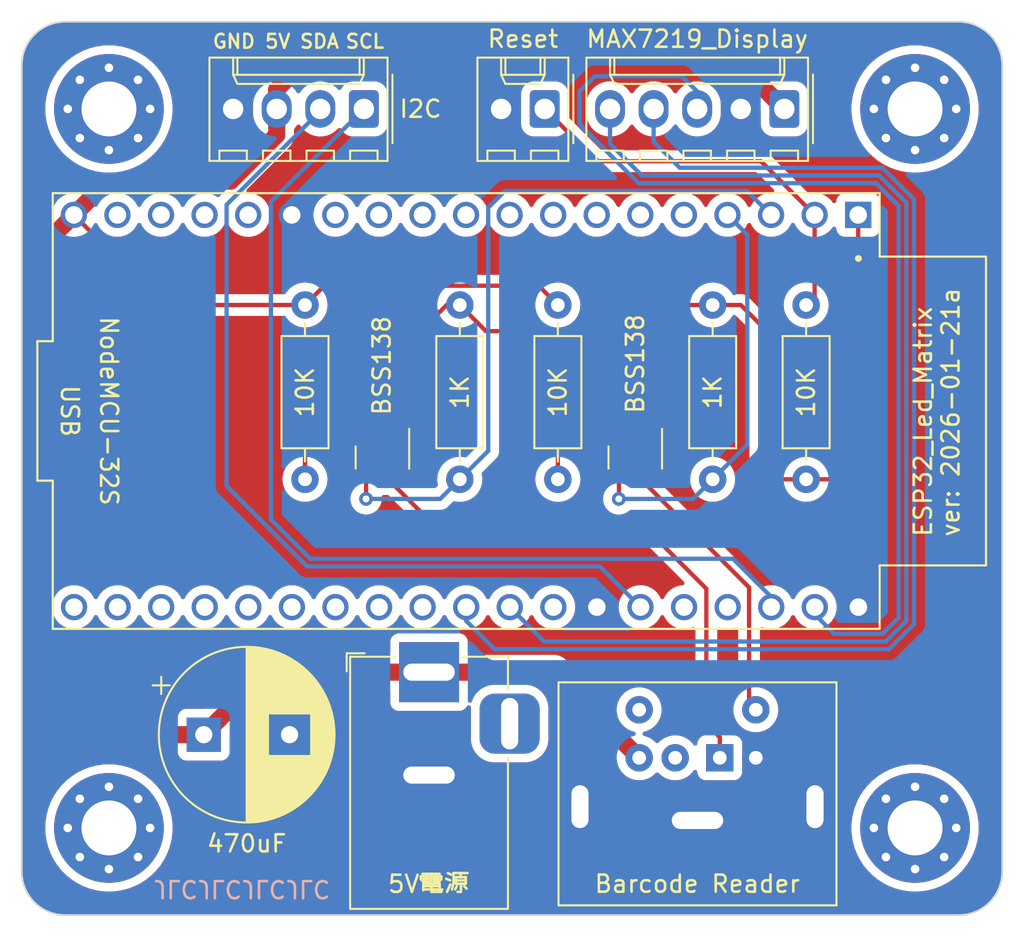
<source format=kicad_pcb>
(kicad_pcb (version 20221018) (generator pcbnew)
  (layers (0 "F.Cu" signal) (31 "B.Cu" signal) (34 "B.Paste" user) (35 "F.Paste" user) (36 "B.SilkS" user "B.Silkscreen") (37 "F.SilkS" user "F.Silkscreen") (38 "B.Mask" user) (39 "F.Mask" user) (44 "Edge.Cuts" user))
  (net 0 "")
  (net 1 "+5V")
  (net 2 "GND")
  (net 3 "DIN")
  (net 4 "CS")
  (net 5 "+3.3V")
  (net 6 "PS2-CLK")
  (net 7 "PS2-Data")
  (net 8 "EN")
  (net 16 "CLK")
  (net 18 "SCL")
  (net 19 "SDA")
  (net 22 "Net-(J1-Pad1)")
  (net 24 "Net-(J1-Pad5)")
  (footprint "MountingHole:MountingHole_3.2mm_M3_Pad_Via" (layer "F.Cu") (at 72.39 72.39)
    (fp_text reference "H3")
    (fp_text value "MountingHole" hide)
    (pad "1" thru_hole circle (at -2.4 0) (size 0.8 0.8) (drill 0.5) (layers "*.Cu" "*.Mask"))
    (pad "1" thru_hole circle (at -1.697056 -1.697056) (size 0.8 0.8) (drill 0.5) (layers "*.Cu" "*.Mask"))
    (pad "1" thru_hole circle (at -1.697056 1.697056) (size 0.8 0.8) (drill 0.5) (layers "*.Cu" "*.Mask"))
    (pad "1" thru_hole circle (at 0 -2.4) (size 0.8 0.8) (drill 0.5) (layers "*.Cu" "*.Mask"))
    (pad "1" thru_hole circle (at 0 0) (size 6.4 6.4) (drill 3.2) (layers "*.Cu" "*.Mask"))
    (pad "1" thru_hole circle (at 0 2.4) (size 0.8 0.8) (drill 0.5) (layers "*.Cu" "*.Mask"))
    (pad "1" thru_hole circle (at 1.697056 -1.697056) (size 0.8 0.8) (drill 0.5) (layers "*.Cu" "*.Mask"))
    (pad "1" thru_hole circle (at 1.697056 1.697056) (size 0.8 0.8) (drill 0.5) (layers "*.Cu" "*.Mask"))
    (pad "1" thru_hole circle (at 2.4 0) (size 0.8 0.8) (drill 0.5) (layers "*.Cu" "*.Mask"))
  )
  (footprint "Resistor_THT:R_Axial_DIN0207_L6.3mm_D2.5mm_P10.16mm_Horizontal" (layer "F.Cu") (at 66.04 41.91 -90)
    (fp_text reference "R8")
    (fp_text value "10K" (at 5.08 0 90) (layer "F.SilkS"))
    (pad "1" thru_hole circle (at 0 0 270) (size 1.6 1.6) (drill 0.8) (layers "*.Cu" "*.Mask") (net 8 "EN"))
    (pad "2" thru_hole oval (at 10.16 0 270) (size 1.6 1.6) (drill 0.8) (layers "*.Cu" "*.Mask") (net 5 "+3.3V"))
  )
  (footprint "Connector_Molex:Molex_KK-254_AE-6410-02A_1x02_P2.54mm_Vertical" (layer "F.Cu") (at 50.8 30.48 180)
    (fp_text reference "J4")
    (fp_text value "Reset" (at 1.27 4.08) (layer "F.SilkS"))
    (pad "1" thru_hole roundrect (at 0 0 180) (size 1.74 2.19) (drill 1.19) (layers "*.Cu" "*.Mask") (roundrect_rratio 0.143678) (net 8 "EN"))
    (pad "2" thru_hole oval (at 2.54 0 180) (size 1.74 2.19) (drill 1.19) (layers "*.Cu" "*.Mask") (net 2 "GND"))
  )
  (footprint "Connector_Molex:Molex_KK-254_AE-6410-04A_1x04_P2.54mm_Vertical" (layer "F.Cu") (at 40.259 30.48 180)
    (fp_text reference "J5")
    (fp_text value "I2C" (at -3.302 0) (layer "F.SilkS"))
    (pad "1" thru_hole roundrect (at 0 0 180) (size 1.74 2.19) (drill 1.19) (layers "*.Cu" "*.Mask") (roundrect_rratio 0.143678) (net 18 "SCL"))
    (pad "2" thru_hole oval (at 2.54 0 180) (size 1.74 2.19) (drill 1.19) (layers "*.Cu" "*.Mask") (net 19 "SDA"))
    (pad "3" thru_hole oval (at 5.08 0 180) (size 1.74 2.19) (drill 1.19) (layers "*.Cu" "*.Mask") (net 1 "+5V"))
    (pad "4" thru_hole oval (at 7.62 0 180) (size 1.74 2.19) (drill 1.19) (layers "*.Cu" "*.Mask") (net 2 "GND"))
  )
  (footprint "Resistor_THT:R_Axial_DIN0207_L6.3mm_D2.5mm_P10.16mm_Horizontal" (layer "F.Cu") (at 45.853332 41.91 -90)
    (fp_text reference "R5")
    (fp_text value "1K" (at 5.08 0 90) (layer "F.SilkS"))
    (pad "1" thru_hole circle (at 0 0 270) (size 1.6 1.6) (drill 0.8) (layers "*.Cu" "*.Mask") (net 5 "+3.3V"))
    (pad "2" thru_hole oval (at 10.16 0 270) (size 1.6 1.6) (drill 0.8) (layers "*.Cu" "*.Mask") (net 7 "PS2-Data"))
  )
  (footprint "Connector_BarrelJack:BarrelJack_Horizontal" (layer "F.Cu") (at 44.05887 63.31128 90)
    (fp_text reference "J3")
    (fp_text value "5V電源" (at -12.35 0 180) (layer "F.SilkS"))
    (pad "1" thru_hole rect (at 0 0 90) (size 3.5 3.5) (drill oval 1 3) (layers "*.Cu" "*.Mask") (net 1 "+5V"))
    (pad "2" thru_hole roundrect (at -6 0 90) (size 3 3.5) (drill oval 1 3) (layers "*.Cu" "*.Mask") (net 2 "GND"))
    (pad "3" thru_hole roundrect (at -3 4.7 90) (size 3.5 3.5) (drill oval 3 1) (layers "*.Cu" "*.Mask"))
  )
  (footprint "MountingHole:MountingHole_3.2mm_M3_Pad_Via" (layer "F.Cu") (at 25.4 30.48)
    (fp_text reference "H1")
    (fp_text value "MountingHole" hide)
    (pad "1" thru_hole circle (at -2.4 0) (size 0.8 0.8) (drill 0.5) (layers "*.Cu" "*.Mask"))
    (pad "1" thru_hole circle (at -1.697056 -1.697056) (size 0.8 0.8) (drill 0.5) (layers "*.Cu" "*.Mask"))
    (pad "1" thru_hole circle (at -1.697056 1.697056) (size 0.8 0.8) (drill 0.5) (layers "*.Cu" "*.Mask"))
    (pad "1" thru_hole circle (at 0 -2.4) (size 0.8 0.8) (drill 0.5) (layers "*.Cu" "*.Mask"))
    (pad "1" thru_hole circle (at 0 0) (size 6.4 6.4) (drill 3.2) (layers "*.Cu" "*.Mask"))
    (pad "1" thru_hole circle (at 0 2.4) (size 0.8 0.8) (drill 0.5) (layers "*.Cu" "*.Mask"))
    (pad "1" thru_hole circle (at 1.697056 -1.697056) (size 0.8 0.8) (drill 0.5) (layers "*.Cu" "*.Mask"))
    (pad "1" thru_hole circle (at 1.697056 1.697056) (size 0.8 0.8) (drill 0.5) (layers "*.Cu" "*.Mask"))
    (pad "1" thru_hole circle (at 2.4 0) (size 0.8 0.8) (drill 0.5) (layers "*.Cu" "*.Mask"))
  )
  (footprint "Package_TO_SOT_SMD:SOT-23" (layer "F.Cu") (at 56.079996 50.8 -90)
    (fp_text reference "Q1")
    (fp_text value "BSS138" (at -5.459847 0.001239 90) (layer "F.SilkS"))
    (pad "1" smd roundrect (at -0.9375 -0.95 270) (size 1.475 0.6) (layers "F.Cu" "F.Paste" "F.Mask") (net 5 "+3.3V"))
    (pad "2" smd roundrect (at -0.9375 0.95 270) (size 1.475 0.6) (layers "F.Cu" "F.Paste" "F.Mask") (net 6 "PS2-CLK"))
    (pad "3" smd roundrect (at 0.9375 0 270) (size 1.475 0.6) (layers "F.Cu" "F.Paste" "F.Mask") (net 24 "Net-(J1-Pad5)"))
  )
  (footprint "Library:Connector_Mini-DIN_Female_6Pin_2rows" (layer "F.Cu") (at 61.007541 68.302941)
    (fp_text reference "J1")
    (fp_text value "Barcode Reader" (at -1.31 7.35) (layer "F.SilkS"))
    (pad "1" thru_hole rect (at 0 0) (size 1.6 1.6) (drill 0.8) (layers "*.Cu" "*.Mask") (net 22 "Net-(J1-Pad1)"))
    (pad "2" thru_hole circle (at -2.6 0) (size 1.6 1.6) (drill 0.8) (layers "*.Cu" "*.Mask"))
    (pad "3" thru_hole circle (at 2.1 0) (size 1.6 1.6) (drill 0.8) (layers "*.Cu" "*.Mask") (net 2 "GND"))
    (pad "4" thru_hole circle (at -4.7 0) (size 1.6 1.6) (drill 0.8) (layers "*.Cu" "*.Mask") (net 1 "+5V"))
    (pad "5" thru_hole circle (at 2.1 -2.8) (size 1.6 1.6) (drill 0.8) (layers "*.Cu" "*.Mask") (net 24 "Net-(J1-Pad5)"))
    (pad "6" thru_hole circle (at -4.7 -2.8) (size 1.6 1.6) (drill 0.8) (layers "*.Cu" "*.Mask"))
    (pad "7" thru_hole oval (at -8.15 2.85) (size 2 3.5) (drill oval 1 2.5) (layers "*.Cu" "*.Mask") (net 2 "GND"))
    (pad "7" thru_hole oval (at -1.3 3.65) (size 4 2) (drill oval 3 1) (layers "*.Cu" "*.Mask") (net 2 "GND"))
    (pad "7" thru_hole oval (at 5.55 2.85) (size 2 3.5) (drill oval 1 2.5) (layers "*.Cu" "*.Mask") (net 2 "GND"))
  )
  (footprint "MountingHole:MountingHole_3.2mm_M3_Pad_Via" (layer "F.Cu") (at 72.39 30.48)
    (fp_text reference "H2")
    (fp_text value "MountingHole" hide)
    (pad "1" thru_hole circle (at -2.4 0) (size 0.8 0.8) (drill 0.5) (layers "*.Cu" "*.Mask"))
    (pad "1" thru_hole circle (at -1.697056 -1.697056) (size 0.8 0.8) (drill 0.5) (layers "*.Cu" "*.Mask"))
    (pad "1" thru_hole circle (at -1.697056 1.697056) (size 0.8 0.8) (drill 0.5) (layers "*.Cu" "*.Mask"))
    (pad "1" thru_hole circle (at 0 -2.4) (size 0.8 0.8) (drill 0.5) (layers "*.Cu" "*.Mask"))
    (pad "1" thru_hole circle (at 0 0) (size 6.4 6.4) (drill 3.2) (layers "*.Cu" "*.Mask"))
    (pad "1" thru_hole circle (at 0 2.4) (size 0.8 0.8) (drill 0.5) (layers "*.Cu" "*.Mask"))
    (pad "1" thru_hole circle (at 1.697056 -1.697056) (size 0.8 0.8) (drill 0.5) (layers "*.Cu" "*.Mask"))
    (pad "1" thru_hole circle (at 1.697056 1.697056) (size 0.8 0.8) (drill 0.5) (layers "*.Cu" "*.Mask"))
    (pad "1" thru_hole circle (at 2.4 0) (size 0.8 0.8) (drill 0.5) (layers "*.Cu" "*.Mask"))
  )
  (footprint "Resistor_THT:R_Axial_DIN0207_L6.3mm_D2.5mm_P10.16mm_Horizontal" (layer "F.Cu") (at 36.83 41.91 -90)
    (fp_text reference "R4")
    (fp_text value "10K" (at 5.08 0 90) (layer "F.SilkS"))
    (pad "1" thru_hole circle (at 0 0 270) (size 1.6 1.6) (drill 0.8) (layers "*.Cu" "*.Mask") (net 1 "+5V"))
    (pad "2" thru_hole oval (at 10.16 0 270) (size 1.6 1.6) (drill 0.8) (layers "*.Cu" "*.Mask") (net 22 "Net-(J1-Pad1)"))
  )
  (footprint "Resistor_THT:R_Axial_DIN0207_L6.3mm_D2.5mm_P10.16mm_Horizontal" (layer "F.Cu") (at 51.56833 41.91 -90)
    (fp_text reference "R2")
    (fp_text value "10K" (at 5.08 0 90) (layer "F.SilkS"))
    (pad "1" thru_hole circle (at 0 0 270) (size 1.6 1.6) (drill 0.8) (layers "*.Cu" "*.Mask") (net 1 "+5V"))
    (pad "2" thru_hole oval (at 10.16 0 270) (size 1.6 1.6) (drill 0.8) (layers "*.Cu" "*.Mask") (net 24 "Net-(J1-Pad5)"))
  )
  (footprint "Package_TO_SOT_SMD:SOT-23" (layer "F.Cu") (at 41.341666 50.8 -90)
    (fp_text reference "Q2")
    (fp_text value "BSS138" (at -5.356691 0.035864 90) (layer "F.SilkS"))
    (pad "1" smd roundrect (at -0.9375 -0.95 270) (size 1.475 0.6) (layers "F.Cu" "F.Paste" "F.Mask") (net 5 "+3.3V"))
    (pad "2" smd roundrect (at -0.9375 0.95 270) (size 1.475 0.6) (layers "F.Cu" "F.Paste" "F.Mask") (net 7 "PS2-Data"))
    (pad "3" smd roundrect (at 0.9375 0 270) (size 1.475 0.6) (layers "F.Cu" "F.Paste" "F.Mask") (net 22 "Net-(J1-Pad1)"))
  )
  (footprint "Capacitor_THT:CP_Radial_D10.0mm_P5.00mm" (layer "F.Cu") (at 30.927924 66.955043)
    (fp_text reference "C1")
    (fp_text value "470uF" (at 2.5 6.35) (layer "F.SilkS"))
    (pad "1" thru_hole rect (at 0 0) (size 2 2) (drill 1) (layers "*.Cu" "*.Mask") (net 1 "+5V"))
    (pad "2" thru_hole circle (at 5 0) (size 2 2) (drill 1) (layers "*.Cu" "*.Mask") (net 2 "GND"))
  )
  (footprint "MountingHole:MountingHole_3.2mm_M3_Pad_Via" (layer "F.Cu") (at 25.4 72.39)
    (fp_text reference "H4")
    (fp_text value "MountingHole" hide)
    (pad "1" thru_hole circle (at -2.4 0) (size 0.8 0.8) (drill 0.5) (layers "*.Cu" "*.Mask"))
    (pad "1" thru_hole circle (at -1.697056 -1.697056) (size 0.8 0.8) (drill 0.5) (layers "*.Cu" "*.Mask"))
    (pad "1" thru_hole circle (at -1.697056 1.697056) (size 0.8 0.8) (drill 0.5) (layers "*.Cu" "*.Mask"))
    (pad "1" thru_hole circle (at 0 -2.4) (size 0.8 0.8) (drill 0.5) (layers "*.Cu" "*.Mask"))
    (pad "1" thru_hole circle (at 0 0) (size 6.4 6.4) (drill 3.2) (layers "*.Cu" "*.Mask"))
    (pad "1" thru_hole circle (at 0 2.4) (size 0.8 0.8) (drill 0.5) (layers "*.Cu" "*.Mask"))
    (pad "1" thru_hole circle (at 1.697056 -1.697056) (size 0.8 0.8) (drill 0.5) (layers "*.Cu" "*.Mask"))
    (pad "1" thru_hole circle (at 1.697056 1.697056) (size 0.8 0.8) (drill 0.5) (layers "*.Cu" "*.Mask"))
    (pad "1" thru_hole circle (at 2.4 0) (size 0.8 0.8) (drill 0.5) (layers "*.Cu" "*.Mask"))
  )
  (footprint "Connector_Molex:Molex_KK-254_AE-6410-05A_1x05_P2.54mm_Vertical" (layer "F.Cu") (at 64.77 30.48 180)
    (fp_text reference "J2")
    (fp_text value "MAX7219_Display" (at 5.08 4.08) (layer "F.SilkS"))
    (pad "1" thru_hole roundrect (at 0 0 180) (size 1.74 2.19) (drill 1.19) (layers "*.Cu" "*.Mask") (roundrect_rratio 0.143678) (net 1 "+5V"))
    (pad "2" thru_hole oval (at 2.54 0 180) (size 1.74 2.19) (drill 1.19) (layers "*.Cu" "*.Mask") (net 2 "GND"))
    (pad "3" thru_hole oval (at 5.08 0 180) (size 1.74 2.19) (drill 1.19) (layers "*.Cu" "*.Mask") (net 3 "DIN"))
    (pad "4" thru_hole oval (at 7.62 0 180) (size 1.74 2.19) (drill 1.19) (layers "*.Cu" "*.Mask") (net 4 "CS"))
    (pad "5" thru_hole oval (at 10.16 0 180) (size 1.74 2.19) (drill 1.19) (layers "*.Cu" "*.Mask") (net 16 "CLK"))
  )
  (footprint "Library:MODULE_ESP32-DEVKITC" (layer "F.Cu") (at 46.225475 48.088806 -90)
    (fp_text reference "U2")
    (fp_text value "NodeMCU-32S" hide)
    (pad "1" thru_hole rect (at -11.43 -22.85 270) (size 1.53 1.53) (drill 1.02) (layers "*.Cu" "*.Mask") (net 5 "+3.3V"))
    (pad "2" thru_hole circle (at -11.43 -20.31 270) (size 1.53 1.53) (drill 1.02) (layers "*.Cu" "*.Mask") (net 8 "EN"))
    (pad "3" thru_hole circle (at -11.43 -17.77 270) (size 1.53 1.53) (drill 1.02) (layers "*.Cu" "*.Mask") (net 7 "PS2-Data"))
    (pad "4" thru_hole circle (at -11.43 -15.23 270) (size 1.53 1.53) (drill 1.02) (layers "*.Cu" "*.Mask") (net 6 "PS2-CLK"))
    (pad "5" thru_hole circle (at -11.43 -12.69 270) (size 1.53 1.53) (drill 1.02) (layers "*.Cu" "*.Mask"))
    (pad "6" thru_hole circle (at -11.43 -10.15 270) (size 1.53 1.53) (drill 1.02) (layers "*.Cu" "*.Mask"))
    (pad "7" thru_hole circle (at -11.43 -7.61 270) (size 1.53 1.53) (drill 1.02) (layers "*.Cu" "*.Mask"))
    (pad "8" thru_hole circle (at -11.43 -5.07 270) (size 1.53 1.53) (drill 1.02) (layers "*.Cu" "*.Mask"))
    (pad "9" thru_hole circle (at -11.43 -2.53 270) (size 1.53 1.53) (drill 1.02) (layers "*.Cu" "*.Mask"))
    (pad "10" thru_hole circle (at -11.43 0.01 270) (size 1.53 1.53) (drill 1.02) (layers "*.Cu" "*.Mask"))
    (pad "11" thru_hole circle (at -11.43 2.55 270) (size 1.53 1.53) (drill 1.02) (layers "*.Cu" "*.Mask"))
    (pad "12" thru_hole circle (at -11.43 5.09 270) (size 1.53 1.53) (drill 1.02) (layers "*.Cu" "*.Mask"))
    (pad "13" thru_hole circle (at -11.43 7.63 270) (size 1.53 1.53) (drill 1.02) (layers "*.Cu" "*.Mask"))
    (pad "14" thru_hole circle (at -11.43 10.17 270) (size 1.53 1.53) (drill 1.02) (layers "*.Cu" "*.Mask") (net 2 "GND"))
    (pad "15" thru_hole circle (at -11.43 12.71 270) (size 1.53 1.53) (drill 1.02) (layers "*.Cu" "*.Mask"))
    (pad "16" thru_hole circle (at -11.43 15.25 270) (size 1.53 1.53) (drill 1.02) (layers "*.Cu" "*.Mask"))
    (pad "17" thru_hole circle (at -11.43 17.79 270) (size 1.53 1.53) (drill 1.02) (layers "*.Cu" "*.Mask"))
    (pad "18" thru_hole circle (at -11.43 20.33 270) (size 1.53 1.53) (drill 1.02) (layers "*.Cu" "*.Mask"))
    (pad "19" thru_hole circle (at -11.43 22.87 270) (size 1.53 1.53) (drill 1.02) (layers "*.Cu" "*.Mask") (net 1 "+5V"))
    (pad "20" thru_hole circle (at 11.43 22.86 270) (size 1.53 1.53) (drill 1.02) (layers "*.Cu" "*.Mask"))
    (pad "21" thru_hole circle (at 11.43 20.32 270) (size 1.53 1.53) (drill 1.02) (layers "*.Cu" "*.Mask"))
    (pad "22" thru_hole circle (at 11.43 17.78 270) (size 1.53 1.53) (drill 1.02) (layers "*.Cu" "*.Mask"))
    (pad "23" thru_hole circle (at 11.43 15.24 270) (size 1.53 1.53) (drill 1.02) (layers "*.Cu" "*.Mask"))
    (pad "24" thru_hole circle (at 11.43 12.7 270) (size 1.53 1.53) (drill 1.02) (layers "*.Cu" "*.Mask"))
    (pad "25" thru_hole circle (at 11.43 10.16 270) (size 1.53 1.53) (drill 1.02) (layers "*.Cu" "*.Mask"))
    (pad "26" thru_hole circle (at 11.43 7.62 270) (size 1.53 1.53) (drill 1.02) (layers "*.Cu" "*.Mask"))
    (pad "27" thru_hole circle (at 11.43 5.08 270) (size 1.53 1.53) (drill 1.02) (layers "*.Cu" "*.Mask"))
    (pad "28" thru_hole circle (at 11.43 2.54 270) (size 1.53 1.53) (drill 1.02) (layers "*.Cu" "*.Mask"))
    (pad "29" thru_hole circle (at 11.43 0 270) (size 1.53 1.53) (drill 1.02) (layers "*.Cu" "*.Mask") (net 4 "CS"))
    (pad "30" thru_hole circle (at 11.43 -2.54 270) (size 1.53 1.53) (drill 1.02) (layers "*.Cu" "*.Mask") (net 16 "CLK"))
    (pad "31" thru_hole circle (at 11.43 -5.08 270) (size 1.53 1.53) (drill 1.02) (layers "*.Cu" "*.Mask"))
    (pad "32" thru_hole circle (at 11.43 -7.62 270) (size 1.53 1.53) (drill 1.02) (layers "*.Cu" "*.Mask") (net 2 "GND"))
    (pad "33" thru_hole circle (at 11.43 -10.16 270) (size 1.53 1.53) (drill 1.02) (layers "*.Cu" "*.Mask") (net 19 "SDA"))
    (pad "34" thru_hole circle (at 11.43 -12.7 270) (size 1.53 1.53) (drill 1.02) (layers "*.Cu" "*.Mask"))
    (pad "35" thru_hole circle (at 11.43 -15.24 270) (size 1.53 1.53) (drill 1.02) (layers "*.Cu" "*.Mask"))
    (pad "36" thru_hole circle (at 11.43 -17.78 270) (size 1.53 1.53) (drill 1.02) (layers "*.Cu" "*.Mask") (net 18 "SCL"))
    (pad "37" thru_hole circle (at 11.43 -20.32 270) (size 1.53 1.53) (drill 1.02) (layers "*.Cu" "*.Mask") (net 3 "DIN"))
    (pad "38" thru_hole circle (at 11.43 -22.86 270) (size 1.53 1.53) (drill 1.02) (layers "*.Cu" "*.Mask") (net 2 "GND"))
  )
  (footprint "Resistor_THT:R_Axial_DIN0207_L6.3mm_D2.5mm_P10.16mm_Horizontal" (layer "F.Cu") (at 60.591662 41.91 -90)
    (fp_text reference "R3")
    (fp_text value "1K" (at 5.08 0 90) (layer "F.SilkS"))
    (pad "1" thru_hole circle (at 0 0 270) (size 1.6 1.6) (drill 0.8) (layers "*.Cu" "*.Mask") (net 5 "+3.3V"))
    (pad "2" thru_hole oval (at 10.16 0 270) (size 1.6 1.6) (drill 0.8) (layers "*.Cu" "*.Mask") (net 6 "PS2-CLK"))
  )
  (gr_arc (start 20.32 27.94) (mid 21.063949 26.143949) (end 22.86 25.4) (stroke (width 0.1)) (layer "Edge.Cuts"))
  (gr_line (start 22.86 25.4) (end 74.93 25.4) (stroke (width 0.1)) (layer "Edge.Cuts"))
  (gr_arc (start 77.47 74.93) (mid 76.726051 76.726051) (end 74.93 77.47) (stroke (width 0.1)) (layer "Edge.Cuts"))
  (gr_arc (start 22.86 77.47) (mid 21.063949 76.726051) (end 20.32 74.93) (stroke (width 0.1)) (layer "Edge.Cuts"))
  (gr_line (start 74.93 77.47) (end 22.86 77.47) (stroke (width 0.1)) (layer "Edge.Cuts"))
  (gr_line (start 20.32 74.93) (end 20.32 27.94) (stroke (width 0.1)) (layer "Edge.Cuts"))
  (gr_arc (start 74.93 25.4) (mid 76.726051 26.143949) (end 77.47 27.94) (stroke (width 0.1)) (layer "Edge.Cuts"))
  (gr_line (start 77.47 27.94) (end 77.47 74.93) (stroke (width 0.1)) (layer "Edge.Cuts"))
  (gr_text "JLCJLCJLCJLC" (at 33.147 75.946 180) (layer "B.SilkS") (effects (font (size 1 1)) (justify mirror)))
  (gr_text "NodeMCU-32S" (at 25.4 48.088806 270) (layer "F.SilkS") (effects (font (size 1 1))))
  (gr_text "ESP32_Led_Matrix\nver: 2026-01-21a\n" (at 73.66 55.499 90) (layer "F.SilkS") (effects (font (size 1 1)) (justify left)))
  (gr_text "SCL\n" (at 39.116 26.543) (layer "F.SilkS") (effects (font (size 0.8 0.8)) (justify left)))
  (gr_text "GND" (at 31.369 26.543) (layer "F.SilkS") (effects (font (size 0.8 0.8)) (justify left)))
  (gr_text "5V" (at 34.417 26.543) (layer "F.SilkS") (effects (font (size 0.8 0.8)) (justify left)))
  (gr_text "SDA" (at 36.449 26.543) (layer "F.SilkS") (effects (font (size 0.8 0.8)) (justify left)))
  (gr_text "USB" (at 23.114 48.088806 270) (layer "F.SilkS") (effects (font (size 1 1))))
  (segment (start 36.83 41.91) (end 28.606669 41.91) (width 0.25) (layer "F.Cu") (net 1))
  (segment (start 32.496529 34.686471) (end 35.179 32.004) (width 1) (layer "F.Cu") (net 1))
  (segment (start 21.452799 62.092799) (end 21.452799 38.561482) (width 1) (layer "F.Cu") (net 1))
  (segment (start 35.179 29.337) (end 37.846 26.67) (width 1) (layer "F.Cu") (net 1))
  (segment (start 28.606669 41.91) (end 23.355475 36.658806) (width 0.25) (layer "F.Cu") (net 1))
  (segment (start 37.846 26.67) (end 60.96 26.67) (width 1) (layer "F.Cu") (net 1))
  (segment (start 23.355475 36.658806) (end 25.32781 34.686471) (width 1) (layer "F.Cu") (net 1))
  (segment (start 21.452799 38.561482) (end 23.355475 36.658806) (width 1) (layer "F.Cu") (net 1))
  (segment (start 30.927924 66.955043) (end 26.315043 66.955043) (width 1) (layer "F.Cu") (net 1))
  (segment (start 35.179 32.004) (end 35.179 30.48) (width 1) (layer "F.Cu") (net 1))
  (segment (start 51.31588 63.31128) (end 56.307541 68.302941) (width 1) (layer "F.Cu") (net 1))
  (segment (start 44.05887 63.31128) (end 34.571687 63.31128) (width 1) (layer "F.Cu") (net 1))
  (segment (start 36.83 41.91) (end 37.955 40.785) (width 0.25) (layer "F.Cu") (net 1))
  (segment (start 25.32781 34.686471) (end 32.496529 34.686471) (width 1) (layer "F.Cu") (net 1))
  (segment (start 44.05887 63.31128) (end 51.31588 63.31128) (width 1) (layer "F.Cu") (net 1))
  (segment (start 37.955 40.785) (end 50.44333 40.785) (width 0.25) (layer "F.Cu") (net 1))
  (segment (start 35.179 30.48) (end 35.179 29.337) (width 1) (layer "F.Cu") (net 1))
  (segment (start 26.315043 66.955043) (end 21.452799 62.092799) (width 1) (layer "F.Cu") (net 1))
  (segment (start 50.44333 40.785) (end 51.56833 41.91) (width 0.25) (layer "F.Cu") (net 1))
  (segment (start 60.96 26.67) (end 64.77 30.48) (width 1) (layer "F.Cu") (net 1))
  (segment (start 34.571687 63.31128) (end 30.927924 66.955043) (width 1) (layer "F.Cu") (net 1))
  (segment (start 70.493208 61.076) (end 67.68 61.076) (width 0.25) (layer "B.Cu") (net 3))
  (segment (start 56.272 34.809) (end 70.113604 34.809) (width 0.25) (layer "B.Cu") (net 3))
  (segment (start 52.832 29.464) (end 52.832 31.369) (width 0.25) (layer "B.Cu") (net 3))
  (segment (start 53.721 28.575) (end 52.832 29.464) (width 0.25) (layer "B.Cu") (net 3))
  (segment (start 59.69 30.48) (end 59.69 29.464) (width 0.25) (layer "B.Cu") (net 3))
  (segment (start 71.432 36.127396) (end 71.432 60.137208) (width 0.25) (layer "B.Cu") (net 3))
  (segment (start 59.69 29.464) (end 58.801 28.575) (width 0.25) (layer "B.Cu") (net 3))
  (segment (start 70.113604 34.809) (end 71.432 36.127396) (width 0.25) (layer "B.Cu") (net 3))
  (segment (start 66.545475 59.941475) (end 66.545475 59.518806) (width 0.25) (layer "B.Cu") (net 3))
  (segment (start 58.801 28.575) (end 53.721 28.575) (width 0.25) (layer "B.Cu") (net 3))
  (segment (start 67.68 61.076) (end 66.545475 59.941475) (width 0.25) (layer "B.Cu") (net 3))
  (segment (start 71.432 60.137208) (end 70.493208 61.076) (width 0.25) (layer "B.Cu") (net 3))
  (segment (start 52.832 31.369) (end 56.272 34.809) (width 0.25) (layer "B.Cu") (net 3))
  (segment (start 57.15 32.383604) (end 58.675396 33.909) (width 0.25) (layer "B.Cu") (net 4))
  (segment (start 72.332 35.754604) (end 72.332 60.51) (width 0.25) (layer "B.Cu") (net 4))
  (segment (start 72.332 60.51) (end 70.866 61.976) (width 0.25) (layer "B.Cu") (net 4))
  (segment (start 58.675396 33.909) (end 70.486396 33.909) (width 0.25) (layer "B.Cu") (net 4))
  (segment (start 70.486396 33.909) (end 72.332 35.754604) (width 0.25) (layer "B.Cu") (net 4))
  (segment (start 70.866 61.976) (end 47.879 61.976) (width 0.25) (layer "B.Cu") (net 4))
  (segment (start 46.225475 60.322475) (end 46.225475 59.518806) (width 0.25) (layer "B.Cu") (net 4))
  (segment (start 57.15 30.48) (end 57.15 32.383604) (width 0.25) (layer "B.Cu") (net 4))
  (segment (start 47.879 61.976) (end 46.225475 60.322475) (width 0.25) (layer "B.Cu") (net 4))
  (segment (start 42.291666 44.703334) (end 45.085 41.91) (width 0.25) (layer "F.Cu") (net 5))
  (segment (start 58.547 41.91) (end 60.591662 41.91) (width 0.25) (layer "F.Cu") (net 5))
  (segment (start 63.373 51.435) (end 64.008 52.07) (width 0.25) (layer "F.Cu") (net 5))
  (segment (start 57.023 43.434) (end 58.547 41.91) (width 0.25) (layer "F.Cu") (net 5))
  (segment (start 57.029996 43.427004) (end 58.547 41.91) (width 0.25) (layer "F.Cu") (net 5))
  (segment (start 57.029996 49.8625) (end 57.029996 43.427004) (width 0.25) (layer "F.Cu") (net 5))
  (segment (start 63.373 43.053) (end 63.373 51.435) (width 0.25) (layer "F.Cu") (net 5))
  (segment (start 62.23 41.91) (end 63.373 43.053) (width 0.25) (layer "F.Cu") (net 5))
  (segment (start 45.853332 41.91) (end 47.377332 43.434) (width 0.25) (layer "F.Cu") (net 5))
  (segment (start 69.075475 51.066525) (end 69.075475 36.658806) (width 0.25) (layer "F.Cu") (net 5))
  (segment (start 64.008 52.07) (end 66.04 52.07) (width 0.25) (layer "F.Cu") (net 5))
  (segment (start 60.591662 41.91) (end 62.23 41.91) (width 0.25) (layer "F.Cu") (net 5))
  (segment (start 68.072 52.07) (end 69.075475 51.066525) (width 0.25) (layer "F.Cu") (net 5))
  (segment (start 66.04 52.07) (end 68.072 52.07) (width 0.25) (layer "F.Cu") (net 5))
  (segment (start 45.085 41.91) (end 45.853332 41.91) (width 0.25) (layer "F.Cu") (net 5))
  (segment (start 42.291666 49.8625) (end 42.291666 44.703334) (width 0.25) (layer "F.Cu") (net 5))
  (segment (start 47.377332 43.434) (end 57.023 43.434) (width 0.25) (layer "F.Cu") (net 5))
  (segment (start 55.129996 53.201004) (end 55.118 53.213) (width 0.25) (layer "F.Cu") (net 6))
  (segment (start 55.129996 49.8625) (end 55.129996 53.201004) (width 0.25) (layer "F.Cu") (net 6))
  (via (at 55.118 53.213) (size 0.8) (drill 0.4) (layers "F.Cu" "B.Cu") (net 6))
  (segment (start 61.455475 36.658806) (end 62.611 37.814331) (width 0.25) (layer "B.Cu") (net 6))
  (segment (start 59.448662 53.213) (end 60.591662 52.07) (width 0.25) (layer "B.Cu") (net 6))
  (segment (start 55.118 53.213) (end 59.448662 53.213) (width 0.25) (layer "B.Cu") (net 6))
  (segment (start 62.611 50.050662) (end 60.591662 52.07) (width 0.25) (layer "B.Cu") (net 6))
  (segment (start 62.611 37.814331) (end 62.611 50.050662) (width 0.25) (layer "B.Cu") (net 6))
  (segment (start 40.391666 49.8625) (end 40.391666 53.207334) (width 0.25) (layer "F.Cu") (net 7))
  (segment (start 40.391666 53.207334) (end 40.386 53.213) (width 0.25) (layer "F.Cu") (net 7))
  (via (at 40.386 53.213) (size 0.8) (drill 0.4) (layers "F.Cu" "B.Cu") (net 7))
  (segment (start 43.688 53.213) (end 44.710332 53.213) (width 0.25) (layer "B.Cu") (net 7))
  (segment (start 40.386 53.213) (end 43.688 53.213) (width 0.25) (layer "B.Cu") (net 7))
  (segment (start 48.483952 35.259) (end 47.508766 36.234186) (width 0.25) (layer "B.Cu") (net 7))
  (segment (start 44.710332 53.213) (end 45.853332 52.07) (width 0.25) (layer "B.Cu") (net 7))
  (segment (start 62.595669 35.259) (end 48.483952 35.259) (width 0.25) (layer "B.Cu") (net 7))
  (segment (start 63.995475 36.658806) (end 62.595669 35.259) (width 0.25) (layer "B.Cu") (net 7))
  (segment (start 47.508766 36.234186) (end 47.508766 50.414566) (width 0.25) (layer "B.Cu") (net 7))
  (segment (start 47.508766 50.414566) (end 45.853332 52.07) (width 0.25) (layer "B.Cu") (net 7))
  (segment (start 66.535475 41.414525) (end 66.04 41.91) (width 0.25) (layer "F.Cu") (net 8))
  (segment (start 63.404669 33.528) (end 66.535475 36.658806) (width 0.25) (layer "F.Cu") (net 8))
  (segment (start 53.848 33.528) (end 63.404669 33.528) (width 0.25) (layer "F.Cu") (net 8))
  (segment (start 66.535475 36.658806) (end 66.535475 41.414525) (width 0.25) (layer "F.Cu") (net 8))
  (segment (start 50.8 30.48) (end 53.848 33.528) (width 0.25) (layer "F.Cu") (net 8))
  (segment (start 54.61 32.510604) (end 56.458396 34.359) (width 0.25) (layer "B.Cu") (net 16))
  (segment (start 71.882 35.941) (end 71.882 60.323604) (width 0.25) (layer "B.Cu") (net 16))
  (segment (start 70.679604 61.526) (end 50.772669 61.526) (width 0.25) (layer "B.Cu") (net 16))
  (segment (start 71.882 60.323604) (end 70.679604 61.526) (width 0.25) (layer "B.Cu") (net 16))
  (segment (start 50.772669 61.526) (end 48.765475 59.518806) (width 0.25) (layer "B.Cu") (net 16))
  (segment (start 56.458396 34.359) (end 70.3 34.359) (width 0.25) (layer "B.Cu") (net 16))
  (segment (start 70.3 34.359) (end 71.882 35.941) (width 0.25) (layer "B.Cu") (net 16))
  (segment (start 54.61 30.48) (end 54.61 32.510604) (width 0.25) (layer "B.Cu") (net 16))
  (segment (start 61.78 56.7) (end 64.005475 58.925475) (width 0.25) (layer "B.Cu") (net 18))
  (segment (start 34.842262 54.400262) (end 37.142 56.7) (width 0.25) (layer "B.Cu") (net 18))
  (segment (start 34.842262 35.896738) (end 34.842262 54.400262) (width 0.25) (layer "B.Cu") (net 18))
  (segment (start 40.259 30.48) (end 34.842262 35.896738) (width 0.25) (layer "B.Cu") (net 18))
  (segment (start 37.142 56.7) (end 61.78 56.7) (width 0.25) (layer "B.Cu") (net 18))
  (segment (start 64.005475 58.925475) (end 64.005475 59.518806) (width 0.25) (layer "B.Cu") (net 18))
  (segment (start 32.258 36.068) (end 37.719 30.607) (width 0.25) (layer "B.Cu") (net 19))
  (segment (start 54.016669 57.15) (end 36.955604 57.15) (width 0.25) (layer "B.Cu") (net 19))
  (segment (start 36.955604 57.15) (end 32.258 52.452396) (width 0.25) (layer "B.Cu") (net 19))
  (segment (start 56.385475 59.518806) (end 54.016669 57.15) (width 0.25) (layer "B.Cu") (net 19))
  (segment (start 32.258 52.452396) (end 32.258 36.068) (width 0.25) (layer "B.Cu") (net 19))
  (segment (start 37.719 30.607) (end 37.719 30.48) (width 0.25) (layer "B.Cu") (net 19))
  (segment (start 40.005 47.244) (end 38.354 47.244) (width 0.25) (layer "F.Cu") (net 22))
  (segment (start 61.007541 67.103541) (end 60.223526 66.319526) (width 0.25) (layer "F.Cu") (net 22))
  (segment (start 60.223526 58.445526) (end 56.896 55.118) (width 0.25) (layer "F.Cu") (net 22))
  (segment (start 38.354 47.244) (end 36.83 48.768) (width 0.25) (layer "F.Cu") (net 22))
  (segment (start 61.007541 68.302941) (end 61.007541 67.103541) (width 0.25) (layer "F.Cu") (net 22))
  (segment (start 56.896 55.118) (end 44.722166 55.118) (width 0.25) (layer "F.Cu") (net 22))
  (segment (start 41.341666 48.580666) (end 40.005 47.244) (width 0.25) (layer "F.Cu") (net 22))
  (segment (start 36.83 48.768) (end 36.83 52.07) (width 0.25) (layer "F.Cu") (net 22))
  (segment (start 44.722166 55.118) (end 41.341666 51.7375) (width 0.25) (layer "F.Cu") (net 22))
  (segment (start 41.341666 51.7375) (end 41.341666 48.580666) (width 0.25) (layer "F.Cu") (net 22))
  (segment (start 60.223526 66.319526) (end 60.223526 58.445526) (width 0.25) (layer "F.Cu") (net 22))
  (segment (start 62.714041 58.371545) (end 56.079996 51.7375) (width 0.25) (layer "F.Cu") (net 24))
  (segment (start 56.079996 51.7375) (end 56.079996 48.332996) (width 0.25) (layer "F.Cu") (net 24))
  (segment (start 51.56833 48.25367) (end 51.56833 52.07) (width 0.25) (layer "F.Cu") (net 24))
  (segment (start 62.714041 65.109441) (end 62.714041 58.371545) (width 0.25) (layer "F.Cu") (net 24))
  (segment (start 52.705 47.117) (end 51.56833 48.25367) (width 0.25) (layer "F.Cu") (net 24))
  (segment (start 63.107541 65.502941) (end 62.714041 65.109441) (width 0.25) (layer "F.Cu") (net 24))
  (segment (start 56.079996 48.332996) (end 54.864 47.117) (width 0.25) (layer "F.Cu") (net 24))
  (segment (start 54.864 47.117) (end 52.705 47.117) (width 0.25) (layer "F.Cu") (net 24))
  (zone (net 2) (net_name "GND") (layers "F&B.Cu") (connect_pads (clearance 0.508)) (min_thickness 0.254) (fill yes (thermal_gap 0.508) (thermal_bridge_width 0.508))
    (polygon (pts (xy 78.74 78.74) (xy 19.05 78.74) (xy 19.05 24.13) (xy 78.74 24.13)))
  )
)
</source>
